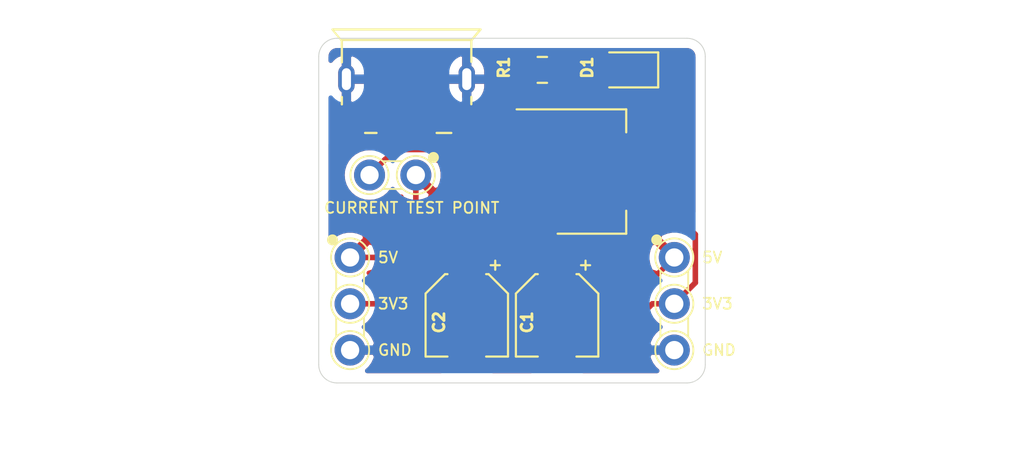
<source format=kicad_pcb>
(kicad_pcb (version 20171130) (host pcbnew "(5.1.2)-1")

  (general
    (thickness 1.2)
    (drawings 8)
    (tracks 39)
    (zones 0)
    (modules 10)
    (nets 6)
  )

  (page A4)
  (title_block
    (title UUSBPSU)
    (rev 1)
    (company "QBoards - qboards.github.io")
    (comment 1 "Small 3.3V/5V breaboard power supply with microUSB connector")
  )

  (layers
    (0 F.Cu signal)
    (31 B.Cu signal)
    (32 B.Adhes user)
    (33 F.Adhes user)
    (34 B.Paste user)
    (35 F.Paste user)
    (36 B.SilkS user)
    (37 F.SilkS user)
    (38 B.Mask user)
    (39 F.Mask user)
    (40 Dwgs.User user)
    (41 Cmts.User user)
    (42 Eco1.User user)
    (43 Eco2.User user)
    (44 Edge.Cuts user)
    (45 Margin user)
    (46 B.CrtYd user)
    (47 F.CrtYd user)
    (48 B.Fab user)
    (49 F.Fab user hide)
  )

  (setup
    (last_trace_width 0.1524)
    (trace_clearance 0.1524)
    (zone_clearance 0.508)
    (zone_45_only no)
    (trace_min 0.1524)
    (via_size 0.8)
    (via_drill 0.4)
    (via_min_size 0.4)
    (via_min_drill 0.3048)
    (uvia_size 0.3)
    (uvia_drill 0.1)
    (uvias_allowed no)
    (uvia_min_size 0.2)
    (uvia_min_drill 0.1)
    (edge_width 0.05)
    (segment_width 0.2)
    (pcb_text_width 0.3)
    (pcb_text_size 1.5 1.5)
    (mod_edge_width 0.12)
    (mod_text_size 1 1)
    (mod_text_width 0.15)
    (pad_size 1.524 1.524)
    (pad_drill 0.762)
    (pad_to_mask_clearance 0.051)
    (solder_mask_min_width 0.25)
    (aux_axis_origin 0 0)
    (visible_elements 7FFFFFFF)
    (pcbplotparams
      (layerselection 0x010fc_ffffffff)
      (usegerberextensions false)
      (usegerberattributes false)
      (usegerberadvancedattributes false)
      (creategerberjobfile false)
      (excludeedgelayer true)
      (linewidth 0.100000)
      (plotframeref false)
      (viasonmask false)
      (mode 1)
      (useauxorigin false)
      (hpglpennumber 1)
      (hpglpenspeed 20)
      (hpglpendiameter 15.000000)
      (psnegative false)
      (psa4output false)
      (plotreference true)
      (plotvalue true)
      (plotinvisibletext false)
      (padsonsilk false)
      (subtractmaskfromsilk false)
      (outputformat 1)
      (mirror false)
      (drillshape 0)
      (scaleselection 1)
      (outputdirectory "output/"))
  )

  (net 0 "")
  (net 1 +5V)
  (net 2 "Net-(D1-Pad2)")
  (net 3 GND)
  (net 4 +3V3)
  (net 5 "Net-(TP_CURRENT1-Pad2)")

  (net_class Default "This is the default net class."
    (clearance 0.1524)
    (trace_width 0.1524)
    (via_dia 0.8)
    (via_drill 0.4)
    (uvia_dia 0.3)
    (uvia_drill 0.1)
    (add_net "Net-(D1-Pad2)")
    (add_net "Net-(USB1-Pad2)")
    (add_net "Net-(USB1-Pad3)")
    (add_net "Net-(USB1-Pad4)")
  )

  (net_class POWER ""
    (clearance 0.1524)
    (trace_width 0.3048)
    (via_dia 0.8)
    (via_drill 0.4)
    (uvia_dia 0.3)
    (uvia_drill 0.1)
    (add_net +3V3)
    (add_net +5V)
    (add_net GND)
    (add_net "Net-(TP_CURRENT1-Pad2)")
  )

  (module Capacitor_SMD:CP_Elec_4x3 (layer F.Cu) (tedit 5BCA39CF) (tstamp 5CFB0497)
    (at 115.6208 137.795 270)
    (descr "SMD capacitor, aluminum electrolytic, Nichicon, 4.0x3mm")
    (tags "capacitor electrolytic")
    (path /5CFB29A2)
    (attr smd)
    (fp_text reference C2 (at 0.381 1.524 90) (layer F.SilkS)
      (effects (font (size 0.6 0.6) (thickness 0.15)))
    )
    (fp_text value 10uF (at 0 3.2 90) (layer F.Fab)
      (effects (font (size 1 1) (thickness 0.15)))
    )
    (fp_text user %R (at 0 0 90) (layer F.Fab)
      (effects (font (size 0.8 0.8) (thickness 0.12)))
    )
    (fp_line (start -3.35 1.05) (end -2.4 1.05) (layer F.CrtYd) (width 0.05))
    (fp_line (start -3.35 -1.05) (end -3.35 1.05) (layer F.CrtYd) (width 0.05))
    (fp_line (start -2.4 -1.05) (end -3.35 -1.05) (layer F.CrtYd) (width 0.05))
    (fp_line (start -2.4 1.05) (end -2.4 1.25) (layer F.CrtYd) (width 0.05))
    (fp_line (start -2.4 -1.25) (end -2.4 -1.05) (layer F.CrtYd) (width 0.05))
    (fp_line (start -2.4 -1.25) (end -1.25 -2.4) (layer F.CrtYd) (width 0.05))
    (fp_line (start -2.4 1.25) (end -1.25 2.4) (layer F.CrtYd) (width 0.05))
    (fp_line (start -1.25 -2.4) (end 2.4 -2.4) (layer F.CrtYd) (width 0.05))
    (fp_line (start -1.25 2.4) (end 2.4 2.4) (layer F.CrtYd) (width 0.05))
    (fp_line (start 2.4 1.05) (end 2.4 2.4) (layer F.CrtYd) (width 0.05))
    (fp_line (start 3.35 1.05) (end 2.4 1.05) (layer F.CrtYd) (width 0.05))
    (fp_line (start 3.35 -1.05) (end 3.35 1.05) (layer F.CrtYd) (width 0.05))
    (fp_line (start 2.4 -1.05) (end 3.35 -1.05) (layer F.CrtYd) (width 0.05))
    (fp_line (start 2.4 -2.4) (end 2.4 -1.05) (layer F.CrtYd) (width 0.05))
    (fp_line (start -2.75 -1.81) (end -2.75 -1.31) (layer F.SilkS) (width 0.12))
    (fp_line (start -3 -1.56) (end -2.5 -1.56) (layer F.SilkS) (width 0.12))
    (fp_line (start -2.26 1.195563) (end -1.195563 2.26) (layer F.SilkS) (width 0.12))
    (fp_line (start -2.26 -1.195563) (end -1.195563 -2.26) (layer F.SilkS) (width 0.12))
    (fp_line (start -2.26 -1.195563) (end -2.26 -1.06) (layer F.SilkS) (width 0.12))
    (fp_line (start -2.26 1.195563) (end -2.26 1.06) (layer F.SilkS) (width 0.12))
    (fp_line (start -1.195563 2.26) (end 2.26 2.26) (layer F.SilkS) (width 0.12))
    (fp_line (start -1.195563 -2.26) (end 2.26 -2.26) (layer F.SilkS) (width 0.12))
    (fp_line (start 2.26 -2.26) (end 2.26 -1.06) (layer F.SilkS) (width 0.12))
    (fp_line (start 2.26 2.26) (end 2.26 1.06) (layer F.SilkS) (width 0.12))
    (fp_line (start -1.374773 -1.2) (end -1.374773 -0.8) (layer F.Fab) (width 0.1))
    (fp_line (start -1.574773 -1) (end -1.174773 -1) (layer F.Fab) (width 0.1))
    (fp_line (start -2.15 1.15) (end -1.15 2.15) (layer F.Fab) (width 0.1))
    (fp_line (start -2.15 -1.15) (end -1.15 -2.15) (layer F.Fab) (width 0.1))
    (fp_line (start -2.15 -1.15) (end -2.15 1.15) (layer F.Fab) (width 0.1))
    (fp_line (start -1.15 2.15) (end 2.15 2.15) (layer F.Fab) (width 0.1))
    (fp_line (start -1.15 -2.15) (end 2.15 -2.15) (layer F.Fab) (width 0.1))
    (fp_line (start 2.15 -2.15) (end 2.15 2.15) (layer F.Fab) (width 0.1))
    (fp_circle (center 0 0) (end 2 0) (layer F.Fab) (width 0.1))
    (pad 2 smd roundrect (at 1.8 0 270) (size 2.6 1.6) (layers F.Cu F.Paste F.Mask) (roundrect_rratio 0.15625)
      (net 3 GND))
    (pad 1 smd roundrect (at -1.8 0 270) (size 2.6 1.6) (layers F.Cu F.Paste F.Mask) (roundrect_rratio 0.15625)
      (net 4 +3V3))
    (model ${KISYS3DMOD}/Capacitor_SMD.3dshapes/CP_Elec_4x3.wrl
      (at (xyz 0 0 0))
      (scale (xyz 1 1 1))
      (rotate (xyz 0 0 0))
    )
  )

  (module qboards_aesthetics:breadboard-guide (layer F.Cu) (tedit 5CF80C42) (tstamp 5CFF153D)
    (at 93.98 121.92)
    (fp_text reference REF** (at 53.34 10.16 90) (layer F.SilkS) hide
      (effects (font (size 1 1) (thickness 0.15)))
    )
    (fp_text value breadboard-guide (at -5.08 11.43 90) (layer F.Fab) hide
      (effects (font (size 1 1) (thickness 0.15)))
    )
    (fp_line (start 52.07 24.13) (end 52.07 -1.27) (layer F.Fab) (width 0.3))
    (fp_line (start -3.81 24.13) (end -3.81 -1.27) (layer F.Fab) (width 0.3))
    (fp_circle (center 15.24 22.86) (end 15.763634 22.86) (layer F.Fab) (width 0.4))
    (fp_circle (center 15.24 20.32) (end 15.763634 20.32) (layer F.Fab) (width 0.4))
    (fp_circle (center 15.24 17.78) (end 15.763634 17.78) (layer F.Fab) (width 0.4))
    (fp_circle (center 15.24 15.24) (end 15.763634 15.24) (layer F.Fab) (width 0.4))
    (fp_circle (center 15.24 12.7) (end 15.763634 12.7) (layer F.Fab) (width 0.4))
    (fp_circle (center 15.24 10.16) (end 15.763634 10.16) (layer F.Fab) (width 0.4))
    (fp_circle (center 15.24 7.62) (end 15.763634 7.62) (layer F.Fab) (width 0.4))
    (fp_circle (center 15.24 5.08) (end 15.763634 5.08) (layer F.Fab) (width 0.4))
    (fp_circle (center 15.24 2.54) (end 15.763634 2.54) (layer F.Fab) (width 0.4))
    (fp_circle (center 27.94 22.86) (end 28.463634 22.86) (layer F.Fab) (width 0.4))
    (fp_circle (center 27.94 20.32) (end 28.463634 20.32) (layer F.Fab) (width 0.4))
    (fp_circle (center 27.94 17.78) (end 28.463634 17.78) (layer F.Fab) (width 0.4))
    (fp_circle (center 27.94 15.24) (end 28.463634 15.24) (layer F.Fab) (width 0.4))
    (fp_circle (center 27.94 12.7) (end 28.463634 12.7) (layer F.Fab) (width 0.4))
    (fp_circle (center 27.94 10.16) (end 28.463634 10.16) (layer F.Fab) (width 0.4))
    (fp_circle (center 27.94 7.62) (end 28.463634 7.62) (layer F.Fab) (width 0.4))
    (fp_circle (center 27.94 5.08) (end 28.463634 5.08) (layer F.Fab) (width 0.4))
    (fp_circle (center 27.94 2.54) (end 28.463634 2.54) (layer F.Fab) (width 0.4))
    (fp_circle (center 2.524366 22.86) (end 3.048 22.86) (layer F.Fab) (width 0.4))
    (fp_circle (center 2.524366 20.32) (end 3.048 20.32) (layer F.Fab) (width 0.4))
    (fp_circle (center 2.524366 17.78) (end 3.048 17.78) (layer F.Fab) (width 0.4))
    (fp_circle (center 2.524366 15.24) (end 3.048 15.24) (layer F.Fab) (width 0.4))
    (fp_circle (center 2.524366 12.7) (end 3.048 12.7) (layer F.Fab) (width 0.4))
    (fp_circle (center 2.524366 10.16) (end 3.048 10.16) (layer F.Fab) (width 0.4))
    (fp_circle (center 2.524366 7.62) (end 3.048 7.62) (layer F.Fab) (width 0.4))
    (fp_circle (center 2.524366 5.08) (end 3.048 5.08) (layer F.Fab) (width 0.4))
    (fp_circle (center 2.524366 2.54) (end 3.048 2.54) (layer F.Fab) (width 0.4))
    (fp_circle (center 12.7 22.86) (end 13.223634 22.86) (layer F.Fab) (width 0.4))
    (fp_circle (center 12.7 20.32) (end 13.223634 20.32) (layer F.Fab) (width 0.4))
    (fp_circle (center 12.7 17.78) (end 13.223634 17.78) (layer F.Fab) (width 0.4))
    (fp_circle (center 12.7 15.24) (end 13.223634 15.24) (layer F.Fab) (width 0.4))
    (fp_circle (center 12.7 12.7) (end 13.223634 12.7) (layer F.Fab) (width 0.4))
    (fp_circle (center 12.7 10.16) (end 13.223634 10.16) (layer F.Fab) (width 0.4))
    (fp_circle (center 12.7 7.62) (end 13.223634 7.62) (layer F.Fab) (width 0.4))
    (fp_circle (center 12.7 5.08) (end 13.223634 5.08) (layer F.Fab) (width 0.4))
    (fp_circle (center 12.7 2.54) (end 13.223634 2.54) (layer F.Fab) (width 0.4))
    (fp_circle (center 17.78 22.86) (end 18.303634 22.86) (layer F.Fab) (width 0.4))
    (fp_circle (center 17.78 20.32) (end 18.303634 20.32) (layer F.Fab) (width 0.4))
    (fp_circle (center 17.78 17.78) (end 18.303634 17.78) (layer F.Fab) (width 0.4))
    (fp_circle (center 17.78 15.24) (end 18.303634 15.24) (layer F.Fab) (width 0.4))
    (fp_circle (center 17.78 12.7) (end 18.303634 12.7) (layer F.Fab) (width 0.4))
    (fp_circle (center 17.78 10.16) (end 18.303634 10.16) (layer F.Fab) (width 0.4))
    (fp_circle (center 17.78 7.62) (end 18.303634 7.62) (layer F.Fab) (width 0.4))
    (fp_circle (center 17.78 5.08) (end 18.303634 5.08) (layer F.Fab) (width 0.4))
    (fp_circle (center 17.78 2.54) (end 18.303634 2.54) (layer F.Fab) (width 0.4))
    (fp_circle (center 48.244366 22.86) (end 48.768 22.86) (layer F.Fab) (width 0.4))
    (fp_circle (center 48.244366 20.32) (end 48.768 20.32) (layer F.Fab) (width 0.4))
    (fp_circle (center 48.244366 17.78) (end 48.768 17.78) (layer F.Fab) (width 0.4))
    (fp_circle (center 48.244366 15.24) (end 48.768 15.24) (layer F.Fab) (width 0.4))
    (fp_circle (center 48.244366 12.7) (end 48.768 12.7) (layer F.Fab) (width 0.4))
    (fp_circle (center 48.244366 10.16) (end 48.768 10.16) (layer F.Fab) (width 0.4))
    (fp_circle (center 48.244366 7.62) (end 48.768 7.62) (layer F.Fab) (width 0.4))
    (fp_circle (center 48.244366 5.08) (end 48.768 5.08) (layer F.Fab) (width 0.4))
    (fp_circle (center 48.244366 2.54) (end 48.768 2.54) (layer F.Fab) (width 0.4))
    (fp_circle (center 45.72 22.86) (end 46.243634 22.86) (layer F.Fab) (width 0.4))
    (fp_circle (center 45.72 20.32) (end 46.243634 20.32) (layer F.Fab) (width 0.4))
    (fp_circle (center 45.72 17.78) (end 46.243634 17.78) (layer F.Fab) (width 0.4))
    (fp_circle (center 45.72 15.24) (end 46.243634 15.24) (layer F.Fab) (width 0.4))
    (fp_circle (center 45.72 12.7) (end 46.243634 12.7) (layer F.Fab) (width 0.4))
    (fp_circle (center 45.72 10.16) (end 46.243634 10.16) (layer F.Fab) (width 0.4))
    (fp_circle (center 45.72 7.62) (end 46.243634 7.62) (layer F.Fab) (width 0.4))
    (fp_circle (center 45.72 5.08) (end 46.243634 5.08) (layer F.Fab) (width 0.4))
    (fp_circle (center 45.72 2.54) (end 46.243634 2.54) (layer F.Fab) (width 0.4))
    (fp_circle (center 0 22.86) (end 0.523634 22.86) (layer F.Fab) (width 0.4))
    (fp_circle (center 0 20.32) (end 0.523634 20.32) (layer F.Fab) (width 0.4))
    (fp_circle (center 0 17.78) (end 0.523634 17.78) (layer F.Fab) (width 0.4))
    (fp_circle (center 0 15.24) (end 0.523634 15.24) (layer F.Fab) (width 0.4))
    (fp_circle (center 0 12.7) (end 0.523634 12.7) (layer F.Fab) (width 0.4))
    (fp_circle (center 0 10.16) (end 0.523634 10.16) (layer F.Fab) (width 0.4))
    (fp_circle (center 0 7.62) (end 0.523634 7.62) (layer F.Fab) (width 0.4))
    (fp_circle (center 0 5.08) (end 0.523634 5.08) (layer F.Fab) (width 0.4))
    (fp_circle (center 0 2.54) (end 0.523634 2.54) (layer F.Fab) (width 0.4))
    (fp_circle (center 20.304366 22.86) (end 20.828 22.86) (layer F.Fab) (width 0.4))
    (fp_circle (center 20.304366 20.32) (end 20.828 20.32) (layer F.Fab) (width 0.4))
    (fp_circle (center 20.304366 17.78) (end 20.828 17.78) (layer F.Fab) (width 0.4))
    (fp_circle (center 20.304366 15.24) (end 20.828 15.24) (layer F.Fab) (width 0.4))
    (fp_circle (center 20.304366 12.7) (end 20.828 12.7) (layer F.Fab) (width 0.4))
    (fp_circle (center 20.304366 10.16) (end 20.828 10.16) (layer F.Fab) (width 0.4))
    (fp_circle (center 20.304366 7.62) (end 20.828 7.62) (layer F.Fab) (width 0.4))
    (fp_circle (center 20.304366 5.08) (end 20.828 5.08) (layer F.Fab) (width 0.4))
    (fp_circle (center 20.304366 2.54) (end 20.828 2.54) (layer F.Fab) (width 0.4))
    (fp_circle (center 10.16 22.86) (end 10.683634 22.86) (layer F.Fab) (width 0.4))
    (fp_circle (center 10.16 20.32) (end 10.683634 20.32) (layer F.Fab) (width 0.4))
    (fp_circle (center 10.16 17.78) (end 10.683634 17.78) (layer F.Fab) (width 0.4))
    (fp_circle (center 10.16 15.24) (end 10.683634 15.24) (layer F.Fab) (width 0.4))
    (fp_circle (center 10.16 12.7) (end 10.683634 12.7) (layer F.Fab) (width 0.4))
    (fp_circle (center 10.16 10.16) (end 10.683634 10.16) (layer F.Fab) (width 0.4))
    (fp_circle (center 10.16 7.62) (end 10.683634 7.62) (layer F.Fab) (width 0.4))
    (fp_circle (center 10.16 5.08) (end 10.683634 5.08) (layer F.Fab) (width 0.4))
    (fp_circle (center 10.16 2.54) (end 10.683634 2.54) (layer F.Fab) (width 0.4))
    (fp_circle (center 33.02 22.86) (end 33.543634 22.86) (layer F.Fab) (width 0.4))
    (fp_circle (center 33.02 20.32) (end 33.543634 20.32) (layer F.Fab) (width 0.4))
    (fp_circle (center 33.02 17.78) (end 33.543634 17.78) (layer F.Fab) (width 0.4))
    (fp_circle (center 33.02 15.24) (end 33.543634 15.24) (layer F.Fab) (width 0.4))
    (fp_circle (center 33.02 12.7) (end 33.543634 12.7) (layer F.Fab) (width 0.4))
    (fp_circle (center 33.02 10.16) (end 33.543634 10.16) (layer F.Fab) (width 0.4))
    (fp_circle (center 33.02 7.62) (end 33.543634 7.62) (layer F.Fab) (width 0.4))
    (fp_circle (center 33.02 5.08) (end 33.543634 5.08) (layer F.Fab) (width 0.4))
    (fp_circle (center 33.02 2.54) (end 33.543634 2.54) (layer F.Fab) (width 0.4))
    (fp_circle (center 30.48 22.86) (end 31.003634 22.86) (layer F.Fab) (width 0.4))
    (fp_circle (center 30.48 20.32) (end 31.003634 20.32) (layer F.Fab) (width 0.4))
    (fp_circle (center 30.48 17.78) (end 31.003634 17.78) (layer F.Fab) (width 0.4))
    (fp_circle (center 30.48 15.24) (end 31.003634 15.24) (layer F.Fab) (width 0.4))
    (fp_circle (center 30.48 12.7) (end 31.003634 12.7) (layer F.Fab) (width 0.4))
    (fp_circle (center 30.48 10.16) (end 31.003634 10.16) (layer F.Fab) (width 0.4))
    (fp_circle (center 30.48 7.62) (end 31.003634 7.62) (layer F.Fab) (width 0.4))
    (fp_circle (center 30.48 5.08) (end 31.003634 5.08) (layer F.Fab) (width 0.4))
    (fp_circle (center 30.48 2.54) (end 31.003634 2.54) (layer F.Fab) (width 0.4))
    (fp_circle (center 35.56 22.86) (end 36.083634 22.86) (layer F.Fab) (width 0.4))
    (fp_circle (center 35.56 20.32) (end 36.083634 20.32) (layer F.Fab) (width 0.4))
    (fp_circle (center 35.56 17.78) (end 36.083634 17.78) (layer F.Fab) (width 0.4))
    (fp_circle (center 35.56 15.24) (end 36.083634 15.24) (layer F.Fab) (width 0.4))
    (fp_circle (center 35.56 12.7) (end 36.083634 12.7) (layer F.Fab) (width 0.4))
    (fp_circle (center 35.56 10.16) (end 36.083634 10.16) (layer F.Fab) (width 0.4))
    (fp_circle (center 35.56 7.62) (end 36.083634 7.62) (layer F.Fab) (width 0.4))
    (fp_circle (center 35.56 5.08) (end 36.083634 5.08) (layer F.Fab) (width 0.4))
    (fp_circle (center 35.56 2.54) (end 36.083634 2.54) (layer F.Fab) (width 0.4))
    (fp_circle (center 38.084366 22.86) (end 38.608 22.86) (layer F.Fab) (width 0.4))
    (fp_circle (center 38.084366 20.32) (end 38.608 20.32) (layer F.Fab) (width 0.4))
    (fp_circle (center 38.084366 17.78) (end 38.608 17.78) (layer F.Fab) (width 0.4))
    (fp_circle (center 38.084366 15.24) (end 38.608 15.24) (layer F.Fab) (width 0.4))
    (fp_circle (center 38.084366 12.7) (end 38.608 12.7) (layer F.Fab) (width 0.4))
    (fp_circle (center 38.084366 10.16) (end 38.608 10.16) (layer F.Fab) (width 0.4))
    (fp_circle (center 38.084366 7.62) (end 38.608 7.62) (layer F.Fab) (width 0.4))
    (fp_circle (center 38.084366 5.08) (end 38.608 5.08) (layer F.Fab) (width 0.4))
    (fp_circle (center 38.084366 2.54) (end 38.608 2.54) (layer F.Fab) (width 0.4))
    (fp_circle (center 10.16 0) (end 10.683634 0) (layer F.Fab) (width 0.4))
    (fp_circle (center 15.24 0) (end 15.763634 0) (layer F.Fab) (width 0.4))
    (fp_circle (center 12.7 0) (end 13.223634 0) (layer F.Fab) (width 0.4))
    (fp_circle (center 17.78 0) (end 18.303634 0) (layer F.Fab) (width 0.4))
    (fp_circle (center 20.304366 0) (end 20.828 0) (layer F.Fab) (width 0.4))
    (fp_circle (center 2.524366 0) (end 3.048 0) (layer F.Fab) (width 0.4))
    (fp_circle (center 0 0) (end 0.523634 0) (layer F.Fab) (width 0.4))
    (fp_circle (center 45.72 0) (end 46.243634 0) (layer F.Fab) (width 0.4))
    (fp_circle (center 48.244366 0) (end 48.768 0) (layer F.Fab) (width 0.4))
    (fp_circle (center 27.94 0) (end 28.463634 0) (layer F.Fab) (width 0.4))
    (fp_circle (center 30.48 0) (end 31.003634 0) (layer F.Fab) (width 0.4))
    (fp_circle (center 33.02 0) (end 33.543634 0) (layer F.Fab) (width 0.4))
    (fp_circle (center 35.56 0) (end 36.083634 0) (layer F.Fab) (width 0.4))
    (fp_circle (center 38.084366 0) (end 38.608 0) (layer F.Fab) (width 0.4))
  )

  (module qboards_connectors:PinHeader_1x02_P2.54mm_Vertical (layer F.Cu) (tedit 5CFE98FA) (tstamp 5CFF2548)
    (at 112.8268 130.1 270)
    (descr "Through hole straight pin header, 1x07, 2.54mm pitch, single row")
    (tags "Through hole pin header THT 1x07 2.54mm single row")
    (path /5CFC41A7)
    (fp_text reference "CURRENT TEST POINT" (at 1.8 0.2268 180) (layer F.SilkS)
      (effects (font (size 0.6 0.6) (thickness 0.1)))
    )
    (fp_text value Conn_01x02_Male (at 0 4.87 90) (layer B.Fab) hide
      (effects (font (size 1 1) (thickness 0.15)) (justify mirror))
    )
    (fp_text user %R (at 0.04 1.29) (layer B.Fab)
      (effects (font (size 1 1) (thickness 0.15)) (justify mirror))
    )
    (fp_line (start 1.016 -1.016) (end -1.016 -1.016) (layer F.CrtYd) (width 0.05))
    (fp_line (start 1.016 3.58) (end 1.016 -1.016) (layer F.CrtYd) (width 0.05))
    (fp_line (start -1.012 3.58) (end 1.01 3.58) (layer F.CrtYd) (width 0.05))
    (fp_line (start -1.016 -1.016) (end -1.016 3.58) (layer F.CrtYd) (width 0.05))
    (fp_line (start -1.27 -0.635) (end -0.635 -1.27) (layer B.Fab) (width 0.1))
    (fp_line (start -1.27 3.79) (end -1.27 -0.635) (layer B.Fab) (width 0.1))
    (fp_line (start 1.27 3.8) (end -1.27 3.8) (layer B.Fab) (width 0.1))
    (fp_line (start 1.27 -1.27) (end 1.27 3.8) (layer B.Fab) (width 0.1))
    (fp_line (start -0.635 -1.27) (end 1.27 -1.27) (layer B.Fab) (width 0.1))
    (fp_circle (center 0 0) (end 0.8128 0.6604) (layer F.SilkS) (width 0.1))
    (fp_text user 1 (at 1.4732 0 90) (layer F.SilkS) hide
      (effects (font (size 0.6 0.6) (thickness 0.1)) (justify right))
    )
    (fp_circle (center 0 2.54) (end 0.8128 3.2004) (layer F.SilkS) (width 0.1))
    (fp_text user 2 (at 1.4732 2.54 90) (layer F.SilkS) hide
      (effects (font (size 0.6 0.6) (thickness 0.1)) (justify right))
    )
    (fp_line (start -0.762 0.762) (end -0.762 1.778) (layer F.SilkS) (width 0.1))
    (fp_line (start 0.762 0.762) (end 0.762 1.778) (layer F.SilkS) (width 0.1))
    (fp_circle (center -0.9652 -0.9652) (end -0.9652 -0.9652) (layer F.SilkS) (width 0.3))
    (fp_line (start 1.27 3.8) (end 1.27 -1.26) (layer B.CrtYd) (width 0.12))
    (fp_line (start 1.27 -1.26) (end -1.27 -1.26) (layer B.CrtYd) (width 0.12))
    (fp_line (start -1.27 -1.26) (end -1.27 3.8) (layer B.CrtYd) (width 0.12))
    (fp_line (start -1.27 3.8) (end 1.27 3.8) (layer B.CrtYd) (width 0.12))
    (pad 2 thru_hole oval (at 0 2.54 270) (size 1.7 1.7) (drill 1) (layers *.Cu *.Mask)
      (net 5 "Net-(TP_CURRENT1-Pad2)"))
    (pad 1 thru_hole circle (at 0 0 270) (size 1.7 1.7) (drill 1) (layers *.Cu *.Mask)
      (net 1 +5V))
    (model ${KISYS3DMOD}/Connector_PinHeader_2.54mm.3dshapes/PinHeader_1x02_P2.54mm_Vertical.wrl
      (offset (xyz 0 0 -2))
      (scale (xyz 1 1 1))
      (rotate (xyz 0 180 0))
    )
  )

  (module qboards_connectors:PinHeader_1x03_P2.54mm_Vertical (layer F.Cu) (tedit 5CFE9903) (tstamp 5CFAC85A)
    (at 127 134.62)
    (descr "Through hole straight pin header, 1x07, 2.54mm pitch, single row")
    (tags "Through hole pin header THT 1x07 2.54mm single row")
    (path /5CFBF7B2)
    (fp_text reference J2 (at -0.0508 -1.8288) (layer F.SilkS) hide
      (effects (font (size 0.6 0.6) (thickness 0.1)))
    )
    (fp_text value Conn_01x03_Male (at 0 7.41) (layer B.Fab) hide
      (effects (font (size 1 1) (thickness 0.15)) (justify mirror))
    )
    (fp_text user %R (at 0.03 2.57 90) (layer B.Fab)
      (effects (font (size 1 1) (thickness 0.15)) (justify mirror))
    )
    (fp_line (start 1.016 -1.016) (end -1.016 -1.016) (layer F.CrtYd) (width 0.05))
    (fp_line (start 1.016 6.12) (end 1.016 -1.016) (layer F.CrtYd) (width 0.05))
    (fp_line (start -1.012 6.12) (end 1.01 6.12) (layer F.CrtYd) (width 0.05))
    (fp_line (start -1.016 -1.016) (end -1.016 6.12) (layer F.CrtYd) (width 0.05))
    (fp_line (start -1.27 -0.635) (end -0.635 -1.27) (layer B.Fab) (width 0.1))
    (fp_line (start -1.27 6.33) (end -1.27 -0.635) (layer B.Fab) (width 0.1))
    (fp_line (start 1.27 6.34) (end -1.27 6.34) (layer B.Fab) (width 0.1))
    (fp_line (start 1.27 -1.27) (end 1.27 6.34) (layer B.Fab) (width 0.1))
    (fp_line (start -0.635 -1.27) (end 1.27 -1.27) (layer B.Fab) (width 0.1))
    (fp_circle (center 0 0) (end 0.8128 0.6604) (layer F.SilkS) (width 0.1))
    (fp_text user 5V (at 1.4732 0) (layer F.SilkS)
      (effects (font (size 0.6 0.6) (thickness 0.1)) (justify left))
    )
    (fp_circle (center 0 2.54) (end 0.8128 3.2004) (layer F.SilkS) (width 0.1))
    (fp_circle (center 0 5.08) (end 0.8128 5.7404) (layer F.SilkS) (width 0.1))
    (fp_text user 3V3 (at 1.4732 2.54) (layer F.SilkS)
      (effects (font (size 0.6 0.6) (thickness 0.1)) (justify left))
    )
    (fp_text user GND (at 1.4732 5.08) (layer F.SilkS)
      (effects (font (size 0.6 0.6) (thickness 0.1)) (justify left))
    )
    (fp_line (start -0.762 0.762) (end -0.762 1.778) (layer F.SilkS) (width 0.1))
    (fp_line (start 0.762 0.762) (end 0.762 1.778) (layer F.SilkS) (width 0.1))
    (fp_circle (center -0.9652 -0.9652) (end -0.9652 -0.9652) (layer F.SilkS) (width 0.3))
    (fp_line (start 0.762 3.302) (end 0.762 4.318) (layer F.SilkS) (width 0.1))
    (fp_line (start -0.762 3.302) (end -0.762 4.318) (layer F.SilkS) (width 0.1))
    (fp_line (start 1.27 6.34) (end 1.27 -1.26) (layer B.CrtYd) (width 0.12))
    (fp_line (start 1.27 -1.26) (end -1.27 -1.26) (layer B.CrtYd) (width 0.12))
    (fp_line (start -1.27 -1.26) (end -1.27 6.34) (layer B.CrtYd) (width 0.12))
    (fp_line (start -1.27 6.34) (end 1.27 6.34) (layer B.CrtYd) (width 0.12))
    (pad 3 thru_hole oval (at 0 5.08) (size 1.7 1.7) (drill 1) (layers *.Cu *.Mask)
      (net 3 GND))
    (pad 2 thru_hole oval (at 0 2.54) (size 1.7 1.7) (drill 1) (layers *.Cu *.Mask)
      (net 4 +3V3))
    (pad 1 thru_hole circle (at 0 0) (size 1.7 1.7) (drill 1) (layers *.Cu *.Mask)
      (net 1 +5V))
    (model ${KISYS3DMOD}/Connector_PinHeader_2.54mm.3dshapes/PinHeader_1x03_P2.54mm_Vertical.wrl
      (offset (xyz 0 0 -2))
      (scale (xyz 1 1 1))
      (rotate (xyz 0 180 0))
    )
  )

  (module qboards_connectors:PinHeader_1x03_P2.54mm_Vertical (layer F.Cu) (tedit 5CFE9903) (tstamp 5CFAC224)
    (at 109.22 134.62)
    (descr "Through hole straight pin header, 1x07, 2.54mm pitch, single row")
    (tags "Through hole pin header THT 1x07 2.54mm single row")
    (path /5CFBEE3B)
    (fp_text reference J1 (at -0.0508 -1.8288) (layer F.SilkS) hide
      (effects (font (size 0.6 0.6) (thickness 0.1)))
    )
    (fp_text value Conn_01x03_Male (at 0 7.41) (layer B.Fab) hide
      (effects (font (size 1 1) (thickness 0.15)) (justify mirror))
    )
    (fp_text user %R (at 0.03 2.57 90) (layer B.Fab)
      (effects (font (size 1 1) (thickness 0.15)) (justify mirror))
    )
    (fp_line (start 1.016 -1.016) (end -1.016 -1.016) (layer F.CrtYd) (width 0.05))
    (fp_line (start 1.016 6.12) (end 1.016 -1.016) (layer F.CrtYd) (width 0.05))
    (fp_line (start -1.012 6.12) (end 1.01 6.12) (layer F.CrtYd) (width 0.05))
    (fp_line (start -1.016 -1.016) (end -1.016 6.12) (layer F.CrtYd) (width 0.05))
    (fp_line (start -1.27 -0.635) (end -0.635 -1.27) (layer B.Fab) (width 0.1))
    (fp_line (start -1.27 6.33) (end -1.27 -0.635) (layer B.Fab) (width 0.1))
    (fp_line (start 1.27 6.34) (end -1.27 6.34) (layer B.Fab) (width 0.1))
    (fp_line (start 1.27 -1.27) (end 1.27 6.34) (layer B.Fab) (width 0.1))
    (fp_line (start -0.635 -1.27) (end 1.27 -1.27) (layer B.Fab) (width 0.1))
    (fp_circle (center 0 0) (end 0.8128 0.6604) (layer F.SilkS) (width 0.1))
    (fp_text user 5V (at 1.4732 0) (layer F.SilkS)
      (effects (font (size 0.6 0.6) (thickness 0.1)) (justify left))
    )
    (fp_circle (center 0 2.54) (end 0.8128 3.2004) (layer F.SilkS) (width 0.1))
    (fp_circle (center 0 5.08) (end 0.8128 5.7404) (layer F.SilkS) (width 0.1))
    (fp_text user 3V3 (at 1.4732 2.54) (layer F.SilkS)
      (effects (font (size 0.6 0.6) (thickness 0.1)) (justify left))
    )
    (fp_text user GND (at 1.4732 5.08) (layer F.SilkS)
      (effects (font (size 0.6 0.6) (thickness 0.1)) (justify left))
    )
    (fp_line (start -0.762 0.762) (end -0.762 1.778) (layer F.SilkS) (width 0.1))
    (fp_line (start 0.762 0.762) (end 0.762 1.778) (layer F.SilkS) (width 0.1))
    (fp_circle (center -0.9652 -0.9652) (end -0.9652 -0.9652) (layer F.SilkS) (width 0.3))
    (fp_line (start 0.762 3.302) (end 0.762 4.318) (layer F.SilkS) (width 0.1))
    (fp_line (start -0.762 3.302) (end -0.762 4.318) (layer F.SilkS) (width 0.1))
    (fp_line (start 1.27 6.34) (end 1.27 -1.26) (layer B.CrtYd) (width 0.12))
    (fp_line (start 1.27 -1.26) (end -1.27 -1.26) (layer B.CrtYd) (width 0.12))
    (fp_line (start -1.27 -1.26) (end -1.27 6.34) (layer B.CrtYd) (width 0.12))
    (fp_line (start -1.27 6.34) (end 1.27 6.34) (layer B.CrtYd) (width 0.12))
    (pad 3 thru_hole oval (at 0 5.08) (size 1.7 1.7) (drill 1) (layers *.Cu *.Mask)
      (net 3 GND))
    (pad 2 thru_hole oval (at 0 2.54) (size 1.7 1.7) (drill 1) (layers *.Cu *.Mask)
      (net 4 +3V3))
    (pad 1 thru_hole circle (at 0 0) (size 1.7 1.7) (drill 1) (layers *.Cu *.Mask)
      (net 1 +5V))
    (model ${KISYS3DMOD}/Connector_PinHeader_2.54mm.3dshapes/PinHeader_1x03_P2.54mm_Vertical.wrl
      (offset (xyz 0 0 -2))
      (scale (xyz 1 1 1))
      (rotate (xyz 0 180 0))
    )
  )

  (module Package_TO_SOT_SMD:SOT-223-3_TabPin2 (layer F.Cu) (tedit 5A02FF57) (tstamp 5CFAC8EA)
    (at 122.4538 129.907)
    (descr "module CMS SOT223 4 pins")
    (tags "CMS SOT")
    (path /5CFAE000)
    (attr smd)
    (fp_text reference VREG1 (at 0 -4.5) (layer F.SilkS) hide
      (effects (font (size 1 1) (thickness 0.15)))
    )
    (fp_text value LM1117-3.3 (at 0 4.5) (layer F.Fab)
      (effects (font (size 1 1) (thickness 0.15)))
    )
    (fp_text user %R (at -0.508 0 90) (layer F.Fab)
      (effects (font (size 0.8 0.8) (thickness 0.12)))
    )
    (fp_line (start 1.91 3.41) (end 1.91 2.15) (layer F.SilkS) (width 0.12))
    (fp_line (start 1.91 -3.41) (end 1.91 -2.15) (layer F.SilkS) (width 0.12))
    (fp_line (start 4.4 -3.6) (end -4.4 -3.6) (layer F.CrtYd) (width 0.05))
    (fp_line (start 4.4 3.6) (end 4.4 -3.6) (layer F.CrtYd) (width 0.05))
    (fp_line (start -4.4 3.6) (end 4.4 3.6) (layer F.CrtYd) (width 0.05))
    (fp_line (start -4.4 -3.6) (end -4.4 3.6) (layer F.CrtYd) (width 0.05))
    (fp_line (start -1.85 -2.35) (end -0.85 -3.35) (layer F.Fab) (width 0.1))
    (fp_line (start -1.85 -2.35) (end -1.85 3.35) (layer F.Fab) (width 0.1))
    (fp_line (start -1.85 3.41) (end 1.91 3.41) (layer F.SilkS) (width 0.12))
    (fp_line (start -0.85 -3.35) (end 1.85 -3.35) (layer F.Fab) (width 0.1))
    (fp_line (start -4.1 -3.41) (end 1.91 -3.41) (layer F.SilkS) (width 0.12))
    (fp_line (start -1.85 3.35) (end 1.85 3.35) (layer F.Fab) (width 0.1))
    (fp_line (start 1.85 -3.35) (end 1.85 3.35) (layer F.Fab) (width 0.1))
    (pad 2 smd rect (at 3.15 0) (size 2 3.8) (layers F.Cu F.Paste F.Mask)
      (net 4 +3V3))
    (pad 2 smd rect (at -3.15 0) (size 2 1.5) (layers F.Cu F.Paste F.Mask)
      (net 4 +3V3))
    (pad 3 smd rect (at -3.15 2.3) (size 2 1.5) (layers F.Cu F.Paste F.Mask)
      (net 1 +5V))
    (pad 1 smd rect (at -3.15 -2.3) (size 2 1.5) (layers F.Cu F.Paste F.Mask)
      (net 3 GND))
    (model ${KISYS3DMOD}/Package_TO_SOT_SMD.3dshapes/SOT-223.wrl
      (at (xyz 0 0 0))
      (scale (xyz 1 1 1))
      (rotate (xyz 0 0 0))
    )
  )

  (module LED_SMD:LED_0805_2012Metric (layer F.Cu) (tedit 5B36C52C) (tstamp 5CFAC81F)
    (at 124.4323 124.333 180)
    (descr "LED SMD 0805 (2012 Metric), square (rectangular) end terminal, IPC_7351 nominal, (Body size source: https://docs.google.com/spreadsheets/d/1BsfQQcO9C6DZCsRaXUlFlo91Tg2WpOkGARC1WS5S8t0/edit?usp=sharing), generated with kicad-footprint-generator")
    (tags diode)
    (path /5CFA6AC4)
    (attr smd)
    (fp_text reference D1 (at 2.2075 0.127 90) (layer F.SilkS)
      (effects (font (size 0.6 0.6) (thickness 0.15)))
    )
    (fp_text value SMD-LED-CLEAR-GREEN_0805_ (at 0 1.65) (layer F.Fab)
      (effects (font (size 1 1) (thickness 0.15)))
    )
    (fp_line (start 1 -0.6) (end -0.7 -0.6) (layer F.Fab) (width 0.1))
    (fp_line (start -0.7 -0.6) (end -1 -0.3) (layer F.Fab) (width 0.1))
    (fp_line (start -1 -0.3) (end -1 0.6) (layer F.Fab) (width 0.1))
    (fp_line (start -1 0.6) (end 1 0.6) (layer F.Fab) (width 0.1))
    (fp_line (start 1 0.6) (end 1 -0.6) (layer F.Fab) (width 0.1))
    (fp_line (start 1 -0.96) (end -1.685 -0.96) (layer F.SilkS) (width 0.12))
    (fp_line (start -1.685 -0.96) (end -1.685 0.96) (layer F.SilkS) (width 0.12))
    (fp_line (start -1.685 0.96) (end 1 0.96) (layer F.SilkS) (width 0.12))
    (fp_line (start -1.68 0.95) (end -1.68 -0.95) (layer F.CrtYd) (width 0.05))
    (fp_line (start -1.68 -0.95) (end 1.68 -0.95) (layer F.CrtYd) (width 0.05))
    (fp_line (start 1.68 -0.95) (end 1.68 0.95) (layer F.CrtYd) (width 0.05))
    (fp_line (start 1.68 0.95) (end -1.68 0.95) (layer F.CrtYd) (width 0.05))
    (fp_text user %R (at 0 0) (layer F.Fab)
      (effects (font (size 0.5 0.5) (thickness 0.08)))
    )
    (pad 1 smd roundrect (at -0.9375 0 180) (size 0.975 1.4) (layers F.Cu F.Paste F.Mask) (roundrect_rratio 0.25)
      (net 1 +5V))
    (pad 2 smd roundrect (at 0.9375 0 180) (size 0.975 1.4) (layers F.Cu F.Paste F.Mask) (roundrect_rratio 0.25)
      (net 2 "Net-(D1-Pad2)"))
    (model ${KISYS3DMOD}/LED_SMD.3dshapes/LED_0805_2012Metric.wrl
      (at (xyz 0 0 0))
      (scale (xyz 1 1 1))
      (rotate (xyz 0 0 0))
    )
  )

  (module Resistor_SMD:R_0805_2012Metric (layer F.Cu) (tedit 5B36C52B) (tstamp 5CFB3BF3)
    (at 119.7633 124.333 180)
    (descr "Resistor SMD 0805 (2012 Metric), square (rectangular) end terminal, IPC_7351 nominal, (Body size source: https://docs.google.com/spreadsheets/d/1BsfQQcO9C6DZCsRaXUlFlo91Tg2WpOkGARC1WS5S8t0/edit?usp=sharing), generated with kicad-footprint-generator")
    (tags resistor)
    (path /5CFA741E)
    (attr smd)
    (fp_text reference R1 (at 2.1105 0.127 90) (layer F.SilkS)
      (effects (font (size 0.6 0.6) (thickness 0.15)))
    )
    (fp_text value 150 (at 0 1.65) (layer F.Fab)
      (effects (font (size 1 1) (thickness 0.15)))
    )
    (fp_line (start -1 0.6) (end -1 -0.6) (layer F.Fab) (width 0.1))
    (fp_line (start -1 -0.6) (end 1 -0.6) (layer F.Fab) (width 0.1))
    (fp_line (start 1 -0.6) (end 1 0.6) (layer F.Fab) (width 0.1))
    (fp_line (start 1 0.6) (end -1 0.6) (layer F.Fab) (width 0.1))
    (fp_line (start -0.258578 -0.71) (end 0.258578 -0.71) (layer F.SilkS) (width 0.12))
    (fp_line (start -0.258578 0.71) (end 0.258578 0.71) (layer F.SilkS) (width 0.12))
    (fp_line (start -1.68 0.95) (end -1.68 -0.95) (layer F.CrtYd) (width 0.05))
    (fp_line (start -1.68 -0.95) (end 1.68 -0.95) (layer F.CrtYd) (width 0.05))
    (fp_line (start 1.68 -0.95) (end 1.68 0.95) (layer F.CrtYd) (width 0.05))
    (fp_line (start 1.68 0.95) (end -1.68 0.95) (layer F.CrtYd) (width 0.05))
    (fp_text user %R (at 0 0) (layer F.Fab)
      (effects (font (size 0.5 0.5) (thickness 0.08)))
    )
    (pad 1 smd roundrect (at -0.9375 0 180) (size 0.975 1.4) (layers F.Cu F.Paste F.Mask) (roundrect_rratio 0.25)
      (net 2 "Net-(D1-Pad2)"))
    (pad 2 smd roundrect (at 0.9375 0 180) (size 0.975 1.4) (layers F.Cu F.Paste F.Mask) (roundrect_rratio 0.25)
      (net 3 GND))
    (model ${KISYS3DMOD}/Resistor_SMD.3dshapes/R_0805_2012Metric.wrl
      (at (xyz 0 0 0))
      (scale (xyz 1 1 1))
      (rotate (xyz 0 0 0))
    )
  )

  (module OPL_Connector:MICRO-USB5+6P-SMD-0.65-B (layer F.Cu) (tedit 5C3812EB) (tstamp 5CFAC8D4)
    (at 112.3188 124.841 180)
    (path /5CFA96CC)
    (attr smd)
    (fp_text reference USB1 (at 0 -4.725 90) (layer F.SilkS) hide
      (effects (font (size 1 1) (thickness 0.15)))
    )
    (fp_text value MICRO-USB-SMD-B-_10118193-0001LF_ (at 0 4 180) (layer F.Fab)
      (effects (font (size 1 1) (thickness 0.15)))
    )
    (fp_line (start -3.575 2.15) (end -4.05 2.725) (layer F.SilkS) (width 0.127))
    (fp_line (start -3.55 2.15) (end 3.55 2.15) (layer F.SilkS) (width 0.127))
    (fp_line (start -4.05 2.725) (end 4.05 2.725) (layer F.SilkS) (width 0.127))
    (fp_line (start -1.65 -2.95) (end -2.45 -2.95) (layer F.SilkS) (width 0.127))
    (fp_line (start 1.65 -2.95) (end 2.275 -2.95) (layer F.SilkS) (width 0.127))
    (fp_line (start 3.55 -1.3827) (end 3.55 -0.98138) (layer F.SilkS) (width 0.127))
    (fp_line (start 3.55 0.925) (end 3.55 2.12388) (layer F.SilkS) (width 0.127))
    (fp_line (start -3.55 2.12388) (end -3.55 0.95) (layer F.SilkS) (width 0.127))
    (fp_line (start -3.55 -0.975) (end -3.55 -1.37472) (layer F.SilkS) (width 0.127))
    (fp_line (start -3 1.45) (end 3 1.45) (layer F.Fab) (width 0.1))
    (fp_text user "PCB Edge" (at 0 1.45) (layer Dwgs.User)
      (effects (font (size 0.5 0.5) (thickness 0.08)))
    )
    (fp_line (start 3.5 -2.9) (end 3.5 2.15) (layer F.Fab) (width 0.1))
    (fp_line (start 3.5 -2.9) (end -3.5 -2.9) (layer F.Fab) (width 0.1))
    (fp_line (start -3.5 -2.9) (end -3.5 2.15) (layer F.Fab) (width 0.1))
    (fp_line (start 3.5 2.15) (end -3.5 2.15) (layer F.Fab) (width 0.1))
    (fp_line (start 3.93 2.66) (end -3.93 2.66) (layer F.Fab) (width 0.1))
    (fp_line (start 3.5 2.125) (end 3.93 2.66) (layer F.Fab) (width 0.1))
    (fp_line (start -3.5 2.125) (end -3.93 2.66) (layer F.Fab) (width 0.1))
    (fp_line (start 3.57 2.115) (end 4.075 2.725) (layer F.SilkS) (width 0.1))
    (fp_line (start 4.25 -3.6) (end 4.25 2.9) (layer F.CrtYd) (width 0.05))
    (fp_line (start 4.25 2.9) (end -4.45 2.9) (layer F.CrtYd) (width 0.05))
    (fp_line (start -4.45 2.9) (end -4.45 -3.6) (layer F.CrtYd) (width 0.05))
    (fp_line (start -4.45 -3.6) (end 4.25 -3.6) (layer F.CrtYd) (width 0.05))
    (fp_text user %R (at 0 -4.725) (layer F.Fab)
      (effects (font (size 1 1) (thickness 0.15)))
    )
    (pad 1 smd rect (at -1.29794 -2.675) (size 0.4 1.35) (layers F.Cu F.Paste F.Mask)
      (net 5 "Net-(TP_CURRENT1-Pad2)"))
    (pad 2 smd rect (at -0.6477 -2.675) (size 0.4 1.35) (layers F.Cu F.Paste F.Mask))
    (pad 3 smd rect (at 0 -2.675) (size 0.4 1.35) (layers F.Cu F.Paste F.Mask))
    (pad 4 smd rect (at 0.6477 -2.675) (size 0.4 1.35) (layers F.Cu F.Paste F.Mask))
    (pad 5 smd rect (at 1.29794 -2.675) (size 0.4 1.35) (layers F.Cu F.Paste F.Mask)
      (net 3 GND))
    (pad 6 smd rect (at -3.4 -2.25392 270) (size 1.4 1.6) (layers F.Cu F.Paste F.Mask)
      (net 3 GND))
    (pad 7 thru_hole oval (at -3.3 0) (size 0.9 1.6) (drill oval 0.5 1.2) (layers *.Cu *.Mask)
      (net 3 GND))
    (pad 8 smd rect (at -1.2 0 180) (size 1.9 1.9) (layers F.Cu F.Paste F.Mask)
      (net 3 GND))
    (pad 9 smd rect (at 1.2 0 180) (size 1.9 1.9) (layers F.Cu F.Paste F.Mask)
      (net 3 GND))
    (pad 10 thru_hole oval (at 3.3 0) (size 0.9 1.6) (drill oval 0.5 1.2) (layers *.Cu *.Mask)
      (net 3 GND))
    (pad 11 smd rect (at 3.2 -2.25392 270) (size 1.4 1.6) (layers F.Cu F.Paste F.Mask)
      (net 3 GND))
  )

  (module Capacitor_SMD:CP_Elec_4x3 (layer F.Cu) (tedit 5BCA39CF) (tstamp 5CFB046F)
    (at 120.5738 137.795 270)
    (descr "SMD capacitor, aluminum electrolytic, Nichicon, 4.0x3mm")
    (tags "capacitor electrolytic")
    (path /5CFB1468)
    (attr smd)
    (fp_text reference C1 (at 0.381 1.651 90) (layer F.SilkS)
      (effects (font (size 0.6 0.6) (thickness 0.15)))
    )
    (fp_text value 10uF (at 0 3.2 90) (layer F.Fab)
      (effects (font (size 1 1) (thickness 0.15)))
    )
    (fp_circle (center 0 0) (end 2 0) (layer F.Fab) (width 0.1))
    (fp_line (start 2.15 -2.15) (end 2.15 2.15) (layer F.Fab) (width 0.1))
    (fp_line (start -1.15 -2.15) (end 2.15 -2.15) (layer F.Fab) (width 0.1))
    (fp_line (start -1.15 2.15) (end 2.15 2.15) (layer F.Fab) (width 0.1))
    (fp_line (start -2.15 -1.15) (end -2.15 1.15) (layer F.Fab) (width 0.1))
    (fp_line (start -2.15 -1.15) (end -1.15 -2.15) (layer F.Fab) (width 0.1))
    (fp_line (start -2.15 1.15) (end -1.15 2.15) (layer F.Fab) (width 0.1))
    (fp_line (start -1.574773 -1) (end -1.174773 -1) (layer F.Fab) (width 0.1))
    (fp_line (start -1.374773 -1.2) (end -1.374773 -0.8) (layer F.Fab) (width 0.1))
    (fp_line (start 2.26 2.26) (end 2.26 1.06) (layer F.SilkS) (width 0.12))
    (fp_line (start 2.26 -2.26) (end 2.26 -1.06) (layer F.SilkS) (width 0.12))
    (fp_line (start -1.195563 -2.26) (end 2.26 -2.26) (layer F.SilkS) (width 0.12))
    (fp_line (start -1.195563 2.26) (end 2.26 2.26) (layer F.SilkS) (width 0.12))
    (fp_line (start -2.26 1.195563) (end -2.26 1.06) (layer F.SilkS) (width 0.12))
    (fp_line (start -2.26 -1.195563) (end -2.26 -1.06) (layer F.SilkS) (width 0.12))
    (fp_line (start -2.26 -1.195563) (end -1.195563 -2.26) (layer F.SilkS) (width 0.12))
    (fp_line (start -2.26 1.195563) (end -1.195563 2.26) (layer F.SilkS) (width 0.12))
    (fp_line (start -3 -1.56) (end -2.5 -1.56) (layer F.SilkS) (width 0.12))
    (fp_line (start -2.75 -1.81) (end -2.75 -1.31) (layer F.SilkS) (width 0.12))
    (fp_line (start 2.4 -2.4) (end 2.4 -1.05) (layer F.CrtYd) (width 0.05))
    (fp_line (start 2.4 -1.05) (end 3.35 -1.05) (layer F.CrtYd) (width 0.05))
    (fp_line (start 3.35 -1.05) (end 3.35 1.05) (layer F.CrtYd) (width 0.05))
    (fp_line (start 3.35 1.05) (end 2.4 1.05) (layer F.CrtYd) (width 0.05))
    (fp_line (start 2.4 1.05) (end 2.4 2.4) (layer F.CrtYd) (width 0.05))
    (fp_line (start -1.25 2.4) (end 2.4 2.4) (layer F.CrtYd) (width 0.05))
    (fp_line (start -1.25 -2.4) (end 2.4 -2.4) (layer F.CrtYd) (width 0.05))
    (fp_line (start -2.4 1.25) (end -1.25 2.4) (layer F.CrtYd) (width 0.05))
    (fp_line (start -2.4 -1.25) (end -1.25 -2.4) (layer F.CrtYd) (width 0.05))
    (fp_line (start -2.4 -1.25) (end -2.4 -1.05) (layer F.CrtYd) (width 0.05))
    (fp_line (start -2.4 1.05) (end -2.4 1.25) (layer F.CrtYd) (width 0.05))
    (fp_line (start -2.4 -1.05) (end -3.35 -1.05) (layer F.CrtYd) (width 0.05))
    (fp_line (start -3.35 -1.05) (end -3.35 1.05) (layer F.CrtYd) (width 0.05))
    (fp_line (start -3.35 1.05) (end -2.4 1.05) (layer F.CrtYd) (width 0.05))
    (fp_text user %R (at 0 0 90) (layer F.Fab)
      (effects (font (size 0.8 0.8) (thickness 0.12)))
    )
    (pad 1 smd roundrect (at -1.8 0 270) (size 2.6 1.6) (layers F.Cu F.Paste F.Mask) (roundrect_rratio 0.15625)
      (net 1 +5V))
    (pad 2 smd roundrect (at 1.8 0 270) (size 2.6 1.6) (layers F.Cu F.Paste F.Mask) (roundrect_rratio 0.15625)
      (net 3 GND))
    (model ${KISYS3DMOD}/Capacitor_SMD.3dshapes/CP_Elec_4x3.wrl
      (at (xyz 0 0 0))
      (scale (xyz 1 1 1))
      (rotate (xyz 0 0 0))
    )
  )

  (gr_line (start 108.5 122.6) (end 127.7 122.6) (layer Edge.Cuts) (width 0.05))
  (gr_line (start 128.7 140.5) (end 128.7 123.6) (layer Edge.Cuts) (width 0.05))
  (gr_line (start 108.5 141.5) (end 127.7 141.5) (layer Edge.Cuts) (width 0.05) (tstamp 5CFF23CB))
  (gr_line (start 107.5 140.5) (end 107.5 123.6) (layer Edge.Cuts) (width 0.05))
  (gr_arc (start 127.7 123.6) (end 128.7 123.6) (angle -90) (layer Edge.Cuts) (width 0.05) (tstamp 5CFF23C3))
  (gr_arc (start 108.5 123.6) (end 108.5 122.6) (angle -90) (layer Edge.Cuts) (width 0.05) (tstamp 5CFF23C2))
  (gr_arc (start 108.5 140.5) (end 107.5 140.5) (angle -90) (layer Edge.Cuts) (width 0.05) (tstamp 5CFF229C))
  (gr_arc (start 127.7 140.5) (end 127.7 141.5) (angle -90) (layer Edge.Cuts) (width 0.05))

  (segment (start 116.7638 132.207) (end 119.3038 132.207) (width 0.3048) (layer F.Cu) (net 1))
  (segment (start 116.1288 131.572) (end 116.7638 132.207) (width 0.3048) (layer F.Cu) (net 1))
  (segment (start 117.2718 130.429) (end 116.1288 131.572) (width 0.3048) (layer F.Cu) (net 1))
  (segment (start 117.2718 126.619) (end 117.2718 130.429) (width 0.3048) (layer F.Cu) (net 1))
  (segment (start 118.1608 125.73) (end 117.2718 126.619) (width 0.3048) (layer F.Cu) (net 1))
  (segment (start 124.7648 125.73) (end 118.1608 125.73) (width 0.3048) (layer F.Cu) (net 1))
  (segment (start 125.224943 124.477857) (end 125.224943 125.269857) (width 0.3048) (layer F.Cu) (net 1))
  (segment (start 125.224943 125.269857) (end 124.7648 125.73) (width 0.3048) (layer F.Cu) (net 1))
  (segment (start 114.2988 131.572) (end 112.8268 130.1) (width 0.3048) (layer F.Cu) (net 1))
  (segment (start 116.1288 131.572) (end 114.2988 131.572) (width 0.3048) (layer F.Cu) (net 1))
  (segment (start 112.8268 130.1) (end 112.8268 133.3732) (width 0.3048) (layer F.Cu) (net 1))
  (segment (start 111.58 134.62) (end 109.22 134.62) (width 0.3048) (layer F.Cu) (net 1))
  (segment (start 112.8268 133.3732) (end 111.58 134.62) (width 0.3048) (layer F.Cu) (net 1))
  (segment (start 125.625 135.995) (end 120.5738 135.995) (width 0.3048) (layer F.Cu) (net 1))
  (segment (start 127 134.62) (end 125.625 135.995) (width 0.3048) (layer F.Cu) (net 1))
  (segment (start 119.3038 134.725) (end 120.5738 135.995) (width 0.3048) (layer F.Cu) (net 1))
  (segment (start 119.3038 132.207) (end 119.3038 134.725) (width 0.3048) (layer F.Cu) (net 1))
  (segment (start 123.4948 124.333) (end 120.7008 124.333) (width 0.1524) (layer F.Cu) (net 2))
  (segment (start 109.53988 127.516) (end 109.1188 127.09492) (width 0.3048) (layer F.Cu) (net 3))
  (segment (start 111.02086 127.516) (end 109.53988 127.516) (width 0.3048) (layer F.Cu) (net 3))
  (segment (start 119.3038 129.907) (end 125.6038 129.907) (width 0.3048) (layer F.Cu) (net 4))
  (segment (start 115.6208 135.995) (end 114.405 135.995) (width 0.3048) (layer F.Cu) (net 4))
  (segment (start 113.24 137.16) (end 109.22 137.16) (width 0.3048) (layer F.Cu) (net 4))
  (segment (start 114.405 135.995) (end 113.24 137.16) (width 0.3048) (layer F.Cu) (net 4))
  (segment (start 116.5208 135.995) (end 118.4 137.8742) (width 0.3048) (layer F.Cu) (net 4))
  (segment (start 115.6208 135.995) (end 116.5208 135.995) (width 0.3048) (layer F.Cu) (net 4))
  (segment (start 125.797919 137.16) (end 127 137.16) (width 0.3048) (layer F.Cu) (net 4))
  (segment (start 125.083719 137.8742) (end 125.797919 137.16) (width 0.3048) (layer F.Cu) (net 4))
  (segment (start 118.4 137.8742) (end 125.083719 137.8742) (width 0.3048) (layer F.Cu) (net 4))
  (segment (start 125.6038 130.807) (end 125.6038 129.907) (width 0.3048) (layer F.Cu) (net 4))
  (segment (start 128.154801 133.358001) (end 125.6038 130.807) (width 0.3048) (layer F.Cu) (net 4))
  (segment (start 128.154801 136.005199) (end 128.154801 133.358001) (width 0.3048) (layer F.Cu) (net 4))
  (segment (start 127 137.16) (end 128.154801 136.005199) (width 0.3048) (layer F.Cu) (net 4))
  (segment (start 111.136799 129.250001) (end 111.149999 129.250001) (width 0.3048) (layer F.Cu) (net 5))
  (segment (start 110.2868 130.1) (end 111.136799 129.250001) (width 0.3048) (layer F.Cu) (net 5))
  (segment (start 111.149999 129.250001) (end 111.7 128.7) (width 0.3048) (layer F.Cu) (net 5))
  (segment (start 111.7 128.7) (end 113.4 128.7) (width 0.3048) (layer F.Cu) (net 5))
  (segment (start 113.61674 128.48326) (end 113.61674 127.516) (width 0.3048) (layer F.Cu) (net 5))
  (segment (start 113.4 128.7) (end 113.61674 128.48326) (width 0.3048) (layer F.Cu) (net 5))

  (zone (net 1) (net_name +5V) (layer F.Cu) (tstamp 0) (hatch edge 0.508)
    (connect_pads (clearance 0.508))
    (min_thickness 0.254)
    (fill yes (arc_segments 32) (thermal_gap 0.508) (thermal_bridge_width 0.508))
    (polygon
      (pts
        (xy 127.3 133.4) (xy 126 132.3) (xy 124 132.3) (xy 123 131.3) (xy 117.8 131.3)
        (xy 117.5 131) (xy 117.5 130.3) (xy 117.5 129.8) (xy 117.5 128.1) (xy 117.1 128.1)
        (xy 116.3 128.9) (xy 116.1 129.1) (xy 112.6 129.1) (xy 111.9 129.8) (xy 111.9 131.4)
        (xy 109.8 133.5) (xy 108.9 133.5) (xy 108.9 135.7) (xy 112 135.7) (xy 114.1 133.6)
        (xy 117.3 133.6) (xy 118.7 135) (xy 118.7 136.5) (xy 119.5 137.3) (xy 124.4 137.3)
        (xy 127.1 134.6) (xy 127.4 134.3) (xy 127.4 133.5)
      )
    )
    (filled_polygon
      (pts
        (xy 117.373 131) (xy 117.37544 131.024776) (xy 117.382667 131.048601) (xy 117.394403 131.070557) (xy 117.410197 131.089803)
        (xy 117.67574 131.355346) (xy 117.665728 131.457) (xy 117.6688 131.92125) (xy 117.82755 132.08) (xy 119.1768 132.08)
        (xy 119.1768 132.06) (xy 119.4308 132.06) (xy 119.4308 132.08) (xy 120.78005 132.08) (xy 120.9388 131.92125)
        (xy 120.941872 131.457) (xy 120.938917 131.427) (xy 122.947394 131.427) (xy 123.910197 132.389803) (xy 123.929443 132.405597)
        (xy 123.951399 132.417333) (xy 123.975224 132.42456) (xy 124 132.427) (xy 124.460158 132.427) (xy 124.479318 132.432812)
        (xy 124.6038 132.445072) (xy 125.974837 132.445072) (xy 126.805227 133.14771) (xy 126.641981 133.171401) (xy 126.366253 133.269081)
        (xy 126.228843 133.342528) (xy 126.151208 133.591603) (xy 127 134.440395) (xy 127.014143 134.426253) (xy 127.054142 134.466252)
        (xy 126.846252 134.674142) (xy 126.806253 134.634143) (xy 126.820395 134.62) (xy 125.971603 133.771208) (xy 125.722528 133.848843)
        (xy 125.596629 134.112883) (xy 125.524661 134.396411) (xy 125.509389 134.688531) (xy 125.551401 134.978019) (xy 125.649081 135.253747)
        (xy 125.722528 135.391157) (xy 125.971601 135.468791) (xy 125.855496 135.584896) (xy 125.895497 135.624897) (xy 124.433594 137.0868)
        (xy 122.011241 137.0868) (xy 122.0088 136.28075) (xy 121.85005 136.122) (xy 120.7008 136.122) (xy 120.7008 136.142)
        (xy 120.4468 136.142) (xy 120.4468 136.122) (xy 119.29755 136.122) (xy 119.1388 136.28075) (xy 119.137355 136.757749)
        (xy 118.827 136.447394) (xy 118.827 135) (xy 118.82456 134.975224) (xy 118.817333 134.951399) (xy 118.805597 134.929443)
        (xy 118.789803 134.910197) (xy 118.574606 134.695) (xy 119.135728 134.695) (xy 119.1388 135.70925) (xy 119.29755 135.868)
        (xy 120.4468 135.868) (xy 120.4468 134.21875) (xy 120.7008 134.21875) (xy 120.7008 135.868) (xy 121.85005 135.868)
        (xy 122.0088 135.70925) (xy 122.011872 134.695) (xy 121.999612 134.570518) (xy 121.963302 134.45082) (xy 121.904337 134.340506)
        (xy 121.824985 134.243815) (xy 121.728294 134.164463) (xy 121.61798 134.105498) (xy 121.498282 134.069188) (xy 121.3738 134.056928)
        (xy 120.85955 134.06) (xy 120.7008 134.21875) (xy 120.4468 134.21875) (xy 120.28805 134.06) (xy 119.7738 134.056928)
        (xy 119.649318 134.069188) (xy 119.52962 134.105498) (xy 119.419306 134.164463) (xy 119.322615 134.243815) (xy 119.243263 134.340506)
        (xy 119.184298 134.45082) (xy 119.147988 134.570518) (xy 119.135728 134.695) (xy 118.574606 134.695) (xy 117.389803 133.510197)
        (xy 117.370557 133.494403) (xy 117.348601 133.482667) (xy 117.324776 133.47544) (xy 117.3 133.473) (xy 114.1 133.473)
        (xy 114.075224 133.47544) (xy 114.051399 133.482667) (xy 114.029443 133.494403) (xy 114.010197 133.510197) (xy 111.947394 135.573)
        (xy 110.352608 135.573) (xy 110.248399 135.468791) (xy 110.497472 135.391157) (xy 110.623371 135.127117) (xy 110.695339 134.843589)
        (xy 110.710611 134.551469) (xy 110.668599 134.261981) (xy 110.570919 133.986253) (xy 110.497472 133.848843) (xy 110.248397 133.771208)
        (xy 109.399605 134.62) (xy 109.413748 134.634143) (xy 109.234143 134.813748) (xy 109.22 134.799605) (xy 109.205858 134.813748)
        (xy 109.027 134.63489) (xy 109.027 134.633395) (xy 109.040395 134.62) (xy 109.027 134.606605) (xy 109.027 134.60511)
        (xy 109.205858 134.426253) (xy 109.22 134.440395) (xy 110.068792 133.591603) (xy 110.025832 133.453774) (xy 110.522606 132.957)
        (xy 117.665728 132.957) (xy 117.677988 133.081482) (xy 117.714298 133.20118) (xy 117.773263 133.311494) (xy 117.852615 133.408185)
        (xy 117.949306 133.487537) (xy 118.05962 133.546502) (xy 118.179318 133.582812) (xy 118.3038 133.595072) (xy 119.01805 133.592)
        (xy 119.1768 133.43325) (xy 119.1768 132.334) (xy 119.4308 132.334) (xy 119.4308 133.43325) (xy 119.58955 133.592)
        (xy 120.3038 133.595072) (xy 120.428282 133.582812) (xy 120.54798 133.546502) (xy 120.658294 133.487537) (xy 120.754985 133.408185)
        (xy 120.834337 133.311494) (xy 120.893302 133.20118) (xy 120.929612 133.081482) (xy 120.941872 132.957) (xy 120.9388 132.49275)
        (xy 120.78005 132.334) (xy 119.4308 132.334) (xy 119.1768 132.334) (xy 117.82755 132.334) (xy 117.6688 132.49275)
        (xy 117.665728 132.957) (xy 110.522606 132.957) (xy 111.989803 131.489803) (xy 112.005597 131.470557) (xy 112.017333 131.448601)
        (xy 112.02456 131.424776) (xy 112.027 131.4) (xy 112.027 131.285577) (xy 112.055643 131.377472) (xy 112.319683 131.503371)
        (xy 112.603211 131.575339) (xy 112.895331 131.590611) (xy 113.184819 131.548599) (xy 113.460547 131.450919) (xy 113.597957 131.377472)
        (xy 113.675592 131.128397) (xy 112.8268 130.279605) (xy 112.812658 130.293748) (xy 112.633053 130.114143) (xy 112.647195 130.1)
        (xy 112.633053 130.085858) (xy 112.812658 129.906253) (xy 112.8268 129.920395) (xy 112.840943 129.906253) (xy 113.020548 130.085858)
        (xy 113.006405 130.1) (xy 113.855197 130.948792) (xy 114.104272 130.871157) (xy 114.230171 130.607117) (xy 114.302139 130.323589)
        (xy 114.317411 130.031469) (xy 114.275399 129.741981) (xy 114.177719 129.466253) (xy 114.104272 129.328843) (xy 113.938063 129.277037)
        (xy 113.959469 129.259469) (xy 113.984127 129.229423) (xy 113.98655 129.227) (xy 116.1 129.227) (xy 116.124776 129.22456)
        (xy 116.148601 129.217333) (xy 116.170557 129.205597) (xy 116.189803 129.189803) (xy 117.152606 128.227) (xy 117.373 128.227)
      )
    )
  )
  (zone (net 3) (net_name GND) (layer F.Cu) (tstamp 0) (hatch edge 0.508)
    (connect_pads (clearance 0.508))
    (min_thickness 0.254)
    (fill yes (arc_segments 32) (thermal_gap 0.508) (thermal_bridge_width 0.508))
    (polygon
      (pts
        (xy 107.5 122.6) (xy 128.7 122.6) (xy 128.7 141.5) (xy 107.5 141.5)
      )
    )
    (filled_polygon
      (pts
        (xy 114.250328 137.38485) (xy 114.332395 137.538386) (xy 114.442838 137.672962) (xy 114.519613 137.735969) (xy 114.466306 137.764463)
        (xy 114.369615 137.843815) (xy 114.290263 137.940506) (xy 114.231298 138.05082) (xy 114.194988 138.170518) (xy 114.182728 138.295)
        (xy 114.1858 139.30925) (xy 114.34455 139.468) (xy 115.4938 139.468) (xy 115.4938 139.448) (xy 115.7478 139.448)
        (xy 115.7478 139.468) (xy 116.89705 139.468) (xy 117.0558 139.30925) (xy 117.058872 138.295) (xy 117.046612 138.170518)
        (xy 117.010302 138.05082) (xy 116.951337 137.940506) (xy 116.871985 137.843815) (xy 116.775294 137.764463) (xy 116.721987 137.735969)
        (xy 116.798762 137.672962) (xy 116.909205 137.538386) (xy 116.923636 137.511387) (xy 117.815881 138.403633) (xy 117.840531 138.433669)
        (xy 117.870567 138.458319) (xy 117.870569 138.458321) (xy 117.927231 138.504822) (xy 117.960428 138.532066) (xy 118.097217 138.605182)
        (xy 118.245643 138.650206) (xy 118.361327 138.6616) (xy 118.361336 138.6616) (xy 118.399999 138.665408) (xy 118.438662 138.6616)
        (xy 119.136838 138.6616) (xy 119.1388 139.30925) (xy 119.29755 139.468) (xy 120.4468 139.468) (xy 120.4468 139.448)
        (xy 120.7008 139.448) (xy 120.7008 139.468) (xy 121.85005 139.468) (xy 122.0088 139.30925) (xy 122.010762 138.6616)
        (xy 125.045056 138.6616) (xy 125.083719 138.665408) (xy 125.122382 138.6616) (xy 125.122392 138.6616) (xy 125.238076 138.650206)
        (xy 125.386502 138.605182) (xy 125.523291 138.532066) (xy 125.643188 138.433669) (xy 125.667846 138.403623) (xy 125.904961 138.166509)
        (xy 125.944866 138.215134) (xy 126.170986 138.400706) (xy 126.235523 138.435201) (xy 126.118645 138.504822) (xy 125.902412 138.699731)
        (xy 125.728359 138.93308) (xy 125.603175 139.195901) (xy 125.558524 139.34311) (xy 125.679845 139.573) (xy 126.873 139.573)
        (xy 126.873 139.553) (xy 127.127 139.553) (xy 127.127 139.573) (xy 127.147 139.573) (xy 127.147 139.827)
        (xy 127.127 139.827) (xy 127.127 139.847) (xy 126.873 139.847) (xy 126.873 139.827) (xy 125.679845 139.827)
        (xy 125.558524 140.05689) (xy 125.603175 140.204099) (xy 125.728359 140.46692) (xy 125.902412 140.700269) (xy 126.05743 140.84)
        (xy 122.011705 140.84) (xy 122.0088 139.88075) (xy 121.85005 139.722) (xy 120.7008 139.722) (xy 120.7008 139.742)
        (xy 120.4468 139.742) (xy 120.4468 139.722) (xy 119.29755 139.722) (xy 119.1388 139.88075) (xy 119.135895 140.84)
        (xy 117.058705 140.84) (xy 117.0558 139.88075) (xy 116.89705 139.722) (xy 115.7478 139.722) (xy 115.7478 139.742)
        (xy 115.4938 139.742) (xy 115.4938 139.722) (xy 114.34455 139.722) (xy 114.1858 139.88075) (xy 114.182895 140.84)
        (xy 110.16257 140.84) (xy 110.317588 140.700269) (xy 110.491641 140.46692) (xy 110.616825 140.204099) (xy 110.661476 140.05689)
        (xy 110.540155 139.827) (xy 109.347 139.827) (xy 109.347 139.847) (xy 109.093 139.847) (xy 109.093 139.827)
        (xy 109.073 139.827) (xy 109.073 139.573) (xy 109.093 139.573) (xy 109.093 139.553) (xy 109.347 139.553)
        (xy 109.347 139.573) (xy 110.540155 139.573) (xy 110.661476 139.34311) (xy 110.616825 139.195901) (xy 110.491641 138.93308)
        (xy 110.317588 138.699731) (xy 110.101355 138.504822) (xy 109.984477 138.435201) (xy 110.049014 138.400706) (xy 110.275134 138.215134)
        (xy 110.460706 137.989014) (xy 110.482949 137.9474) (xy 113.201337 137.9474) (xy 113.24 137.951208) (xy 113.278663 137.9474)
        (xy 113.278673 137.9474) (xy 113.394357 137.936006) (xy 113.542783 137.890982) (xy 113.679572 137.817866) (xy 113.799469 137.719469)
        (xy 113.824128 137.689423) (xy 114.22202 137.29153)
      )
    )
    (filled_polygon
      (pts
        (xy 110.044318 123.265188) (xy 109.92462 123.301498) (xy 109.814306 123.360463) (xy 109.717615 123.439815) (xy 109.638263 123.536506)
        (xy 109.614273 123.581387) (xy 109.515997 123.518298) (xy 109.312801 123.446592) (xy 109.1458 123.573498) (xy 109.1458 124.714)
        (xy 110.9918 124.714) (xy 110.9918 124.694) (xy 111.2458 124.694) (xy 111.2458 124.714) (xy 113.3918 124.714)
        (xy 113.3918 124.694) (xy 113.6458 124.694) (xy 113.6458 124.714) (xy 115.4918 124.714) (xy 115.4918 123.573498)
        (xy 115.7458 123.573498) (xy 115.7458 124.714) (xy 116.7038 124.714) (xy 116.7038 124.364) (xy 116.658176 124.154767)
        (xy 116.572609 123.958455) (xy 116.450387 123.782609) (xy 116.296208 123.633986) (xy 116.115997 123.518298) (xy 115.912801 123.446592)
        (xy 115.7458 123.573498) (xy 115.4918 123.573498) (xy 115.324799 123.446592) (xy 115.121603 123.518298) (xy 115.023327 123.581387)
        (xy 114.999337 123.536506) (xy 114.919985 123.439815) (xy 114.823294 123.360463) (xy 114.71298 123.301498) (xy 114.593282 123.265188)
        (xy 114.540606 123.26) (xy 117.82295 123.26) (xy 117.807763 123.278506) (xy 117.748798 123.38882) (xy 117.712488 123.508518)
        (xy 117.700228 123.633) (xy 117.7033 124.04725) (xy 117.86205 124.206) (xy 118.6988 124.206) (xy 118.6988 124.186)
        (xy 118.9528 124.186) (xy 118.9528 124.206) (xy 118.9728 124.206) (xy 118.9728 124.46) (xy 118.9528 124.46)
        (xy 118.9528 124.48) (xy 118.6988 124.48) (xy 118.6988 124.46) (xy 117.86205 124.46) (xy 117.7033 124.61875)
        (xy 117.700228 125.033) (xy 117.705364 125.085152) (xy 117.668385 125.115501) (xy 117.601331 125.170531) (xy 117.576678 125.200571)
        (xy 116.895029 125.882221) (xy 116.873294 125.864383) (xy 116.76298 125.805418) (xy 116.643282 125.769108) (xy 116.547497 125.759674)
        (xy 116.572609 125.723545) (xy 116.658176 125.527233) (xy 116.7038 125.318) (xy 116.7038 124.968) (xy 115.7458 124.968)
        (xy 115.7458 126.108502) (xy 115.8458 126.184493) (xy 115.8458 126.96792) (xy 115.8658 126.96792) (xy 115.8658 127.22192)
        (xy 115.8458 127.22192) (xy 115.8458 128.27117) (xy 116.00455 128.42992) (xy 116.4844 128.432787) (xy 116.484401 130.102848)
        (xy 115.80265 130.7846) (xy 114.624952 130.7846) (xy 114.274439 130.434087) (xy 114.3118 130.24626) (xy 114.3118 129.95374)
        (xy 114.254732 129.666842) (xy 114.14279 129.396589) (xy 114.012281 129.201269) (xy 114.146168 129.067383) (xy 114.176209 129.042729)
        (xy 114.274606 128.922832) (xy 114.347722 128.786043) (xy 114.392746 128.637617) (xy 114.40414 128.521933) (xy 114.40414 128.521925)
        (xy 114.407948 128.48326) (xy 114.40414 128.444595) (xy 114.40414 128.439113) (xy 114.406242 128.43518) (xy 114.442552 128.315482)
        (xy 114.451338 128.226272) (xy 114.467615 128.246105) (xy 114.564306 128.325457) (xy 114.67462 128.384422) (xy 114.794318 128.420732)
        (xy 114.9188 128.432992) (xy 115.43305 128.42992) (xy 115.5918 128.27117) (xy 115.5918 127.22192) (xy 115.5718 127.22192)
        (xy 115.5718 126.96792) (xy 115.5918 126.96792) (xy 115.5918 125.91867) (xy 115.4918 125.81867) (xy 115.4918 124.968)
        (xy 113.6458 124.968) (xy 113.6458 124.988) (xy 113.3918 124.988) (xy 113.3918 124.968) (xy 111.2458 124.968)
        (xy 111.2458 124.988) (xy 110.9918 124.988) (xy 110.9918 124.968) (xy 109.1458 124.968) (xy 109.1458 126.108502)
        (xy 109.2458 126.184493) (xy 109.2458 126.96792) (xy 109.2658 126.96792) (xy 109.2658 127.22192) (xy 109.2458 127.22192)
        (xy 109.2458 128.27117) (xy 109.40455 128.42992) (xy 109.9188 128.432992) (xy 110.043282 128.420732) (xy 110.16298 128.384422)
        (xy 110.208727 128.35997) (xy 110.227529 128.425721) (xy 110.284721 128.536964) (xy 110.346702 128.615) (xy 110.21385 128.615)
        (xy 109.995689 128.636487) (xy 109.715766 128.721401) (xy 109.457786 128.859294) (xy 109.231666 129.044866) (xy 109.046094 129.270986)
        (xy 108.908201 129.528966) (xy 108.823287 129.808889) (xy 108.794615 130.1) (xy 108.823287 130.391111) (xy 108.908201 130.671034)
        (xy 109.046094 130.929014) (xy 109.231666 131.155134) (xy 109.457786 131.340706) (xy 109.715766 131.478599) (xy 109.995689 131.563513)
        (xy 110.21385 131.585) (xy 110.35975 131.585) (xy 110.577911 131.563513) (xy 110.857834 131.478599) (xy 111.115814 131.340706)
        (xy 111.341934 131.155134) (xy 111.527506 130.929014) (xy 111.557385 130.873115) (xy 111.673325 131.046632) (xy 111.880168 131.253475)
        (xy 112.0394 131.359871) (xy 112.039401 133.047048) (xy 111.25385 133.8326) (xy 110.47987 133.8326) (xy 110.373475 133.673368)
        (xy 110.166632 133.466525) (xy 109.923411 133.30401) (xy 109.653158 133.192068) (xy 109.36626 133.135) (xy 109.07374 133.135)
        (xy 108.786842 133.192068) (xy 108.516589 133.30401) (xy 108.273368 133.466525) (xy 108.16 133.579893) (xy 108.16 128.410322)
        (xy 108.194318 128.420732) (xy 108.3188 128.432992) (xy 108.83305 128.42992) (xy 108.9918 128.27117) (xy 108.9918 127.22192)
        (xy 108.9718 127.22192) (xy 108.9718 126.96792) (xy 108.9918 126.96792) (xy 108.9918 125.91867) (xy 108.8918 125.81867)
        (xy 108.8918 124.968) (xy 108.8718 124.968) (xy 108.8718 124.714) (xy 108.8918 124.714) (xy 108.8918 123.573498)
        (xy 108.724799 123.446592) (xy 108.521603 123.518298) (xy 108.341392 123.633986) (xy 108.187213 123.782609) (xy 108.16 123.821762)
        (xy 108.16 123.632279) (xy 108.16958 123.534576) (xy 108.18858 123.471644) (xy 108.219445 123.413595) (xy 108.260989 123.362657)
        (xy 108.311644 123.320752) (xy 108.369471 123.289485) (xy 108.432272 123.270044) (xy 108.527835 123.26) (xy 110.096994 123.26)
      )
    )
    (filled_polygon
      (pts
        (xy 127.765424 123.26958) (xy 127.828356 123.28858) (xy 127.886405 123.319445) (xy 127.937343 123.360989) (xy 127.979248 123.411644)
        (xy 128.010515 123.469471) (xy 128.029956 123.532272) (xy 128.040001 123.627845) (xy 128.04 132.129649) (xy 127.241872 131.331521)
        (xy 127.241872 128.007) (xy 127.229612 127.882518) (xy 127.193302 127.76282) (xy 127.134337 127.652506) (xy 127.054985 127.555815)
        (xy 126.958294 127.476463) (xy 126.84798 127.417498) (xy 126.728282 127.381188) (xy 126.6038 127.368928) (xy 124.6038 127.368928)
        (xy 124.479318 127.381188) (xy 124.35962 127.417498) (xy 124.249306 127.476463) (xy 124.152615 127.555815) (xy 124.073263 127.652506)
        (xy 124.014298 127.76282) (xy 123.977988 127.882518) (xy 123.965728 128.007) (xy 123.965728 129.1196) (xy 120.938189 129.1196)
        (xy 120.929612 129.032518) (xy 120.893302 128.91282) (xy 120.834337 128.802506) (xy 120.796991 128.757) (xy 120.834337 128.711494)
        (xy 120.893302 128.60118) (xy 120.929612 128.481482) (xy 120.941872 128.357) (xy 120.9388 127.89275) (xy 120.78005 127.734)
        (xy 119.4308 127.734) (xy 119.4308 127.754) (xy 119.1768 127.754) (xy 119.1768 127.734) (xy 119.1568 127.734)
        (xy 119.1568 127.48) (xy 119.1768 127.48) (xy 119.1768 127.46) (xy 119.4308 127.46) (xy 119.4308 127.48)
        (xy 120.78005 127.48) (xy 120.9388 127.32125) (xy 120.941872 126.857) (xy 120.929612 126.732518) (xy 120.893302 126.61282)
        (xy 120.842298 126.5174) (xy 124.726137 126.5174) (xy 124.7648 126.521208) (xy 124.803463 126.5174) (xy 124.803473 126.5174)
        (xy 124.919157 126.506006) (xy 125.067583 126.460982) (xy 125.204372 126.387866) (xy 125.324269 126.289469) (xy 125.348927 126.259423)
        (xy 125.75437 125.853981) (xy 125.784412 125.829326) (xy 125.882809 125.709429) (xy 125.936904 125.608226) (xy 125.951009 125.603947)
        (xy 126.103464 125.522458) (xy 126.237092 125.412792) (xy 126.346758 125.279164) (xy 126.428247 125.126709) (xy 126.478428 124.961285)
        (xy 126.495372 124.78925) (xy 126.495372 123.87675) (xy 126.478428 123.704715) (xy 126.428247 123.539291) (xy 126.346758 123.386836)
        (xy 126.242666 123.26) (xy 127.667721 123.26)
      )
    )
  )
  (zone (net 3) (net_name GND) (layer B.Cu) (tstamp 0) (hatch edge 0.508)
    (connect_pads (clearance 0.508))
    (min_thickness 0.254)
    (fill yes (arc_segments 32) (thermal_gap 0.508) (thermal_bridge_width 0.508))
    (polygon
      (pts
        (xy 107.5 122.6) (xy 128.7 122.6) (xy 128.7 141.5) (xy 107.5 141.5)
      )
    )
    (filled_polygon
      (pts
        (xy 127.765424 123.26958) (xy 127.828356 123.28858) (xy 127.886405 123.319445) (xy 127.937343 123.360989) (xy 127.979248 123.411644)
        (xy 128.010515 123.469471) (xy 128.029956 123.532272) (xy 128.040001 123.627845) (xy 128.04 133.559893) (xy 127.946632 133.466525)
        (xy 127.703411 133.30401) (xy 127.433158 133.192068) (xy 127.14626 133.135) (xy 126.85374 133.135) (xy 126.566842 133.192068)
        (xy 126.296589 133.30401) (xy 126.053368 133.466525) (xy 125.846525 133.673368) (xy 125.68401 133.916589) (xy 125.572068 134.186842)
        (xy 125.515 134.47374) (xy 125.515 134.76626) (xy 125.572068 135.053158) (xy 125.68401 135.323411) (xy 125.846525 135.566632)
        (xy 126.053368 135.773475) (xy 126.226885 135.889415) (xy 126.170986 135.919294) (xy 125.944866 136.104866) (xy 125.759294 136.330986)
        (xy 125.621401 136.588966) (xy 125.536487 136.868889) (xy 125.507815 137.16) (xy 125.536487 137.451111) (xy 125.621401 137.731034)
        (xy 125.759294 137.989014) (xy 125.944866 138.215134) (xy 126.170986 138.400706) (xy 126.235523 138.435201) (xy 126.118645 138.504822)
        (xy 125.902412 138.699731) (xy 125.728359 138.93308) (xy 125.603175 139.195901) (xy 125.558524 139.34311) (xy 125.679845 139.573)
        (xy 126.873 139.573) (xy 126.873 139.553) (xy 127.127 139.553) (xy 127.127 139.573) (xy 127.147 139.573)
        (xy 127.147 139.827) (xy 127.127 139.827) (xy 127.127 139.847) (xy 126.873 139.847) (xy 126.873 139.827)
        (xy 125.679845 139.827) (xy 125.558524 140.05689) (xy 125.603175 140.204099) (xy 125.728359 140.46692) (xy 125.902412 140.700269)
        (xy 126.05743 140.84) (xy 110.16257 140.84) (xy 110.317588 140.700269) (xy 110.491641 140.46692) (xy 110.616825 140.204099)
        (xy 110.661476 140.05689) (xy 110.540155 139.827) (xy 109.347 139.827) (xy 109.347 139.847) (xy 109.093 139.847)
        (xy 109.093 139.827) (xy 109.073 139.827) (xy 109.073 139.573) (xy 109.093 139.573) (xy 109.093 139.553)
        (xy 109.347 139.553) (xy 109.347 139.573) (xy 110.540155 139.573) (xy 110.661476 139.34311) (xy 110.616825 139.195901)
        (xy 110.491641 138.93308) (xy 110.317588 138.699731) (xy 110.101355 138.504822) (xy 109.984477 138.435201) (xy 110.049014 138.400706)
        (xy 110.275134 138.215134) (xy 110.460706 137.989014) (xy 110.598599 137.731034) (xy 110.683513 137.451111) (xy 110.712185 137.16)
        (xy 110.683513 136.868889) (xy 110.598599 136.588966) (xy 110.460706 136.330986) (xy 110.275134 136.104866) (xy 110.049014 135.919294)
        (xy 109.993115 135.889415) (xy 110.166632 135.773475) (xy 110.373475 135.566632) (xy 110.53599 135.323411) (xy 110.647932 135.053158)
        (xy 110.705 134.76626) (xy 110.705 134.47374) (xy 110.647932 134.186842) (xy 110.53599 133.916589) (xy 110.373475 133.673368)
        (xy 110.166632 133.466525) (xy 109.923411 133.30401) (xy 109.653158 133.192068) (xy 109.36626 133.135) (xy 109.07374 133.135)
        (xy 108.786842 133.192068) (xy 108.516589 133.30401) (xy 108.273368 133.466525) (xy 108.16 133.579893) (xy 108.16 130.1)
        (xy 108.794615 130.1) (xy 108.823287 130.391111) (xy 108.908201 130.671034) (xy 109.046094 130.929014) (xy 109.231666 131.155134)
        (xy 109.457786 131.340706) (xy 109.715766 131.478599) (xy 109.995689 131.563513) (xy 110.21385 131.585) (xy 110.35975 131.585)
        (xy 110.577911 131.563513) (xy 110.857834 131.478599) (xy 111.115814 131.340706) (xy 111.341934 131.155134) (xy 111.527506 130.929014)
        (xy 111.557385 130.873115) (xy 111.673325 131.046632) (xy 111.880168 131.253475) (xy 112.123389 131.41599) (xy 112.393642 131.527932)
        (xy 112.68054 131.585) (xy 112.97306 131.585) (xy 113.259958 131.527932) (xy 113.530211 131.41599) (xy 113.773432 131.253475)
        (xy 113.980275 131.046632) (xy 114.14279 130.803411) (xy 114.254732 130.533158) (xy 114.3118 130.24626) (xy 114.3118 129.95374)
        (xy 114.254732 129.666842) (xy 114.14279 129.396589) (xy 113.980275 129.153368) (xy 113.773432 128.946525) (xy 113.530211 128.78401)
        (xy 113.259958 128.672068) (xy 112.97306 128.615) (xy 112.68054 128.615) (xy 112.393642 128.672068) (xy 112.123389 128.78401)
        (xy 111.880168 128.946525) (xy 111.673325 129.153368) (xy 111.557385 129.326885) (xy 111.527506 129.270986) (xy 111.341934 129.044866)
        (xy 111.115814 128.859294) (xy 110.857834 128.721401) (xy 110.577911 128.636487) (xy 110.35975 128.615) (xy 110.21385 128.615)
        (xy 109.995689 128.636487) (xy 109.715766 128.721401) (xy 109.457786 128.859294) (xy 109.231666 129.044866) (xy 109.046094 129.270986)
        (xy 108.908201 129.528966) (xy 108.823287 129.808889) (xy 108.794615 130.1) (xy 108.16 130.1) (xy 108.16 125.860238)
        (xy 108.187213 125.899391) (xy 108.341392 126.048014) (xy 108.521603 126.163702) (xy 108.724799 126.235408) (xy 108.8918 126.108502)
        (xy 108.8918 124.968) (xy 109.1458 124.968) (xy 109.1458 126.108502) (xy 109.312801 126.235408) (xy 109.515997 126.163702)
        (xy 109.696208 126.048014) (xy 109.850387 125.899391) (xy 109.972609 125.723545) (xy 110.058176 125.527233) (xy 110.1038 125.318)
        (xy 110.1038 124.968) (xy 114.5338 124.968) (xy 114.5338 125.318) (xy 114.579424 125.527233) (xy 114.664991 125.723545)
        (xy 114.787213 125.899391) (xy 114.941392 126.048014) (xy 115.121603 126.163702) (xy 115.324799 126.235408) (xy 115.4918 126.108502)
        (xy 115.4918 124.968) (xy 115.7458 124.968) (xy 115.7458 126.108502) (xy 115.912801 126.235408) (xy 116.115997 126.163702)
        (xy 116.296208 126.048014) (xy 116.450387 125.899391) (xy 116.572609 125.723545) (xy 116.658176 125.527233) (xy 116.7038 125.318)
        (xy 116.7038 124.968) (xy 115.7458 124.968) (xy 115.4918 124.968) (xy 114.5338 124.968) (xy 110.1038 124.968)
        (xy 109.1458 124.968) (xy 108.8918 124.968) (xy 108.8718 124.968) (xy 108.8718 124.714) (xy 108.8918 124.714)
        (xy 108.8918 123.573498) (xy 109.1458 123.573498) (xy 109.1458 124.714) (xy 110.1038 124.714) (xy 110.1038 124.364)
        (xy 114.5338 124.364) (xy 114.5338 124.714) (xy 115.4918 124.714) (xy 115.4918 123.573498) (xy 115.7458 123.573498)
        (xy 115.7458 124.714) (xy 116.7038 124.714) (xy 116.7038 124.364) (xy 116.658176 124.154767) (xy 116.572609 123.958455)
        (xy 116.450387 123.782609) (xy 116.296208 123.633986) (xy 116.115997 123.518298) (xy 115.912801 123.446592) (xy 115.7458 123.573498)
        (xy 115.4918 123.573498) (xy 115.324799 123.446592) (xy 115.121603 123.518298) (xy 114.941392 123.633986) (xy 114.787213 123.782609)
        (xy 114.664991 123.958455) (xy 114.579424 124.154767) (xy 114.5338 124.364) (xy 110.1038 124.364) (xy 110.058176 124.154767)
        (xy 109.972609 123.958455) (xy 109.850387 123.782609) (xy 109.696208 123.633986) (xy 109.515997 123.518298) (xy 109.312801 123.446592)
        (xy 109.1458 123.573498) (xy 108.8918 123.573498) (xy 108.724799 123.446592) (xy 108.521603 123.518298) (xy 108.341392 123.633986)
        (xy 108.187213 123.782609) (xy 108.16 123.821762) (xy 108.16 123.632279) (xy 108.16958 123.534576) (xy 108.18858 123.471644)
        (xy 108.219445 123.413595) (xy 108.260989 123.362657) (xy 108.311644 123.320752) (xy 108.369471 123.289485) (xy 108.432272 123.270044)
        (xy 108.527835 123.26) (xy 127.667721 123.26)
      )
    )
  )
)

</source>
